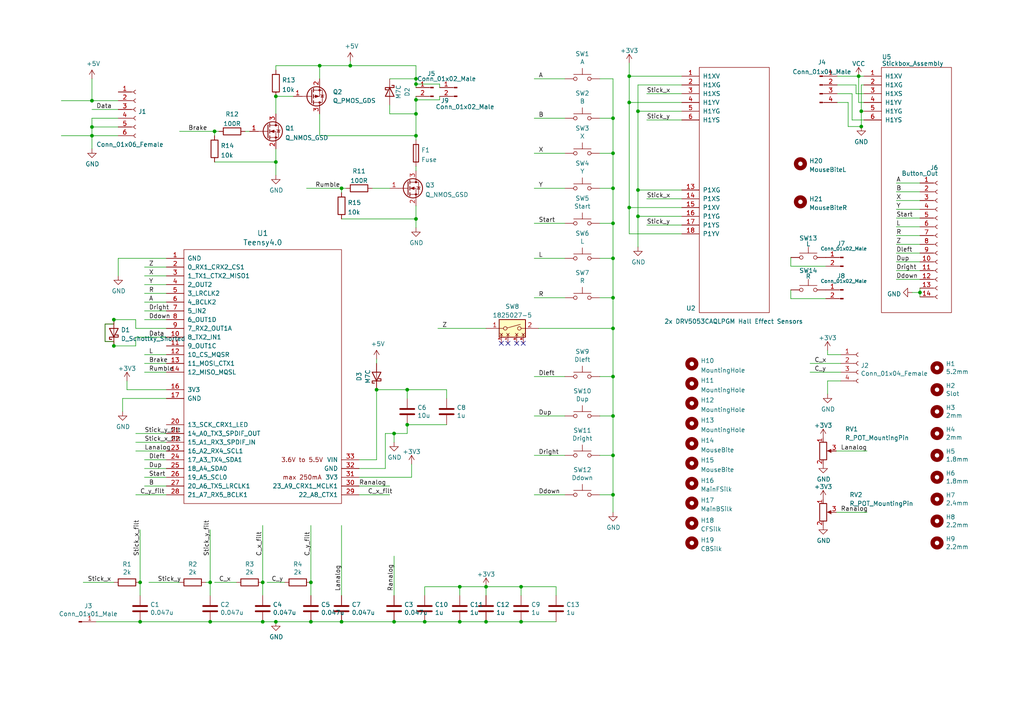
<source format=kicad_sch>
(kicad_sch (version 20211123) (generator eeschema)
  (paper "A4")
  (junction (at 151.13 170.18))
  (junction (at 151.13 180.34))
  (junction (at 120.65 39.37))
  (junction (at 133.35 180.34))
  (junction (at 114.3 125.73))
  (junction (at 177.8 44.45))
  (junction (at 177.8 54.61))
  (junction (at 182.499 22.098))
  (junction (at 266.827 84.836))
  (junction (at 123.19 180.34))
  (junction (at 177.8 109.22))
  (junction (at 140.97 170.18))
  (junction (at 249.809 36.703))
  (junction (at 120.65 28.956))
  (junction (at 120.65 22.86))
  (junction (at 80.01 46.99))
  (junction (at 249.047 22.098))
  (junction (at 177.8 143.51))
  (junction (at 120.65 33.02))
  (junction (at 120.65 24.384))
  (junction (at 185.039 55.118))
  (junction (at 140.97 180.34))
  (junction (at 26.67 36.83))
  (junction (at 92.71 19.05))
  (junction (at 60.96 180.34))
  (junction (at 182.499 29.718))
  (junction (at 177.8 132.08))
  (junction (at 118.11 113.03))
  (junction (at 90.17 180.34))
  (junction (at 133.35 170.18))
  (junction (at 90.17 168.91))
  (junction (at 101.6 19.05))
  (junction (at 80.01 180.34))
  (junction (at 120.65 63.5))
  (junction (at 185.039 32.258))
  (junction (at 62.23 38.1))
  (junction (at 177.8 34.29))
  (junction (at 76.2 168.91))
  (junction (at 99.06 180.34))
  (junction (at 249.809 32.258))
  (junction (at 177.8 86.36))
  (junction (at 33.02 92.71))
  (junction (at 177.8 120.65))
  (junction (at 114.3 180.34))
  (junction (at 99.06 54.61))
  (junction (at 40.64 180.34))
  (junction (at 177.8 74.93))
  (junction (at 26.67 39.37))
  (junction (at 118.11 123.19))
  (junction (at 109.22 113.03))
  (junction (at 80.01 27.94))
  (junction (at 182.499 60.198))
  (junction (at 26.67 29.21))
  (junction (at 177.8 64.77))
  (junction (at 177.8 95.25))
  (junction (at 60.96 168.91))
  (junction (at 185.039 62.738))
  (junction (at 76.2 180.34))
  (junction (at 33.02 100.33))
  (junction (at 40.64 168.91))
  (no_connect (at 151.765 99.568))
  (no_connect (at 145.415 99.568))
  (no_connect (at 147.32 99.568))
  (no_connect (at 149.86 99.568))
  (wire (pts (xy 266.827 84.836) (xy 266.827 86.106)))
  (wire (pts (xy 48.26 140.97) (xy 41.91 140.97)))
  (wire (pts (xy 259.969 73.406) (xy 266.827 73.406)))
  (wire (pts (xy 120.65 22.86) (xy 120.65 19.05)))
  (wire (pts (xy 173.99 54.61) (xy 177.8 54.61)))
  (wire (pts (xy 104.14 135.89) (xy 111.76 135.89)))
  (wire (pts (xy 123.19 172.72) (xy 123.19 170.18)))
  (wire (pts (xy 259.969 53.086) (xy 266.827 53.086)))
  (wire (pts (xy 177.8 143.51) (xy 177.8 148.59)))
  (wire (pts (xy 177.8 120.65) (xy 177.8 132.08)))
  (wire (pts (xy 120.65 59.69) (xy 120.65 63.5)))
  (wire (pts (xy 127 95.25) (xy 140.97 95.25)))
  (wire (pts (xy 41.91 107.95) (xy 48.26 107.95)))
  (wire (pts (xy 48.26 115.57) (xy 35.56 115.57)))
  (wire (pts (xy 33.02 92.71) (xy 33.02 93.98)))
  (wire (pts (xy 156.21 95.25) (xy 177.8 95.25)))
  (wire (pts (xy 247.142 34.798) (xy 247.142 27.178)))
  (wire (pts (xy 133.35 170.18) (xy 140.97 170.18)))
  (wire (pts (xy 99.06 54.61) (xy 100.33 54.61)))
  (wire (pts (xy 120.65 39.37) (xy 120.65 40.64)))
  (wire (pts (xy 243.84 105.41) (xy 234.95 105.41)))
  (wire (pts (xy 113.03 140.97) (xy 104.14 140.97)))
  (wire (pts (xy 114.3 172.72) (xy 114.3 161.29)))
  (wire (pts (xy 243.84 107.95) (xy 234.95 107.95)))
  (wire (pts (xy 127.508 24.384) (xy 120.65 24.384)))
  (wire (pts (xy 259.969 55.626) (xy 266.827 55.626)))
  (wire (pts (xy 114.3 125.73) (xy 114.3 128.27)))
  (wire (pts (xy 163.83 120.65) (xy 154.94 120.65)))
  (wire (pts (xy 177.8 54.61) (xy 177.8 44.45)))
  (wire (pts (xy 185.039 62.738) (xy 197.739 62.738)))
  (wire (pts (xy 151.13 172.72) (xy 151.13 170.18)))
  (wire (pts (xy 118.11 123.19) (xy 118.11 125.73)))
  (wire (pts (xy 250.571 34.798) (xy 247.142 34.798)))
  (wire (pts (xy 197.739 22.098) (xy 182.499 22.098)))
  (wire (pts (xy 109.22 113.03) (xy 109.22 133.35)))
  (wire (pts (xy 40.64 180.34) (xy 60.96 180.34)))
  (wire (pts (xy 242.824 29.718) (xy 245.999 29.718)))
  (wire (pts (xy 76.2 152.4) (xy 76.2 168.91)))
  (wire (pts (xy 249.047 29.718) (xy 249.047 22.098)))
  (wire (pts (xy 80.01 19.05) (xy 80.01 20.32)))
  (wire (pts (xy 113.03 143.51) (xy 104.14 143.51)))
  (wire (pts (xy 34.29 36.83) (xy 26.67 36.83)))
  (wire (pts (xy 90.17 152.4) (xy 90.17 168.91)))
  (wire (pts (xy 249.809 24.638) (xy 249.809 32.258)))
  (wire (pts (xy 92.71 22.86) (xy 92.71 19.05)))
  (wire (pts (xy 109.22 104.14) (xy 109.22 105.41)))
  (wire (pts (xy 173.99 64.77) (xy 177.8 64.77)))
  (wire (pts (xy 39.37 97.79) (xy 48.26 97.79)))
  (wire (pts (xy 129.54 115.57) (xy 129.54 113.03)))
  (wire (pts (xy 109.22 113.03) (xy 118.11 113.03)))
  (wire (pts (xy 118.11 113.03) (xy 129.54 113.03)))
  (wire (pts (xy 259.969 63.246) (xy 266.827 63.246)))
  (wire (pts (xy 34.29 31.75) (xy 26.67 31.75)))
  (wire (pts (xy 229.362 74.676) (xy 229.362 77.216)))
  (wire (pts (xy 140.97 180.34) (xy 133.35 180.34)))
  (wire (pts (xy 163.83 143.51) (xy 154.94 143.51)))
  (wire (pts (xy 60.96 168.91) (xy 59.69 168.91)))
  (wire (pts (xy 120.65 27.94) (xy 120.65 28.956)))
  (wire (pts (xy 40.64 153.67) (xy 40.64 168.91)))
  (wire (pts (xy 113.03 22.86) (xy 120.65 22.86)))
  (wire (pts (xy 36.83 113.03) (xy 36.83 110.49)))
  (wire (pts (xy 118.11 113.03) (xy 118.11 115.57)))
  (wire (pts (xy 259.969 68.326) (xy 266.827 68.326)))
  (wire (pts (xy 80.01 27.94) (xy 80.01 33.02)))
  (wire (pts (xy 80.01 27.94) (xy 85.09 27.94)))
  (wire (pts (xy 249.809 32.258) (xy 249.809 36.703)))
  (wire (pts (xy 187.579 65.278) (xy 197.739 65.278)))
  (wire (pts (xy 163.83 86.36) (xy 154.94 86.36)))
  (wire (pts (xy 92.71 19.05) (xy 101.6 19.05)))
  (wire (pts (xy 120.65 33.02) (xy 113.03 33.02)))
  (wire (pts (xy 249.047 22.098) (xy 250.571 22.098)))
  (wire (pts (xy 34.29 39.37) (xy 26.67 39.37)))
  (wire (pts (xy 229.362 84.074) (xy 229.362 86.614)))
  (wire (pts (xy 185.039 55.118) (xy 197.739 55.118)))
  (wire (pts (xy 113.03 33.02) (xy 113.03 30.48)))
  (wire (pts (xy 182.499 67.818) (xy 182.499 60.198)))
  (wire (pts (xy 111.76 135.89) (xy 111.76 125.73)))
  (wire (pts (xy 182.499 60.198) (xy 197.739 60.198)))
  (wire (pts (xy 243.84 110.49) (xy 240.03 110.49)))
  (wire (pts (xy 140.97 180.34) (xy 151.13 180.34)))
  (wire (pts (xy 35.56 115.57) (xy 35.56 119.38)))
  (wire (pts (xy 92.71 33.02) (xy 92.71 39.37)))
  (wire (pts (xy 120.65 33.02) (xy 120.65 39.37)))
  (wire (pts (xy 120.65 28.956) (xy 120.65 33.02)))
  (wire (pts (xy 185.039 32.258) (xy 185.039 24.638)))
  (wire (pts (xy 90.17 180.34) (xy 99.06 180.34)))
  (wire (pts (xy 177.8 86.36) (xy 177.8 95.25)))
  (wire (pts (xy 133.35 170.18) (xy 133.35 172.72)))
  (wire (pts (xy 177.8 132.08) (xy 177.8 143.51)))
  (wire (pts (xy 41.91 105.41) (xy 48.26 105.41)))
  (wire (pts (xy 259.969 60.706) (xy 266.827 60.706)))
  (wire (pts (xy 177.8 44.45) (xy 177.8 34.29)))
  (wire (pts (xy 163.83 132.08) (xy 154.94 132.08)))
  (wire (pts (xy 48.26 133.35) (xy 41.91 133.35)))
  (wire (pts (xy 247.142 27.178) (xy 242.824 27.178)))
  (wire (pts (xy 177.8 86.36) (xy 177.8 74.93)))
  (wire (pts (xy 187.579 57.658) (xy 197.739 57.658)))
  (wire (pts (xy 52.07 38.1) (xy 62.23 38.1)))
  (wire (pts (xy 161.29 172.72) (xy 161.29 170.18)))
  (wire (pts (xy 127.508 25.4) (xy 127.508 24.384)))
  (wire (pts (xy 163.83 34.29) (xy 154.94 34.29)))
  (wire (pts (xy 39.37 100.33) (xy 33.02 100.33)))
  (wire (pts (xy 182.499 22.098) (xy 182.499 29.718)))
  (wire (pts (xy 243.84 102.87) (xy 240.03 102.87)))
  (wire (pts (xy 80.01 43.18) (xy 80.01 46.99)))
  (wire (pts (xy 182.499 29.718) (xy 182.499 60.198)))
  (wire (pts (xy 163.83 54.61) (xy 154.94 54.61)))
  (wire (pts (xy 185.039 32.258) (xy 197.739 32.258)))
  (wire (pts (xy 34.29 29.21) (xy 26.67 29.21)))
  (wire (pts (xy 48.26 102.87) (xy 41.91 102.87)))
  (wire (pts (xy 118.11 125.73) (xy 114.3 125.73)))
  (wire (pts (xy 163.83 74.93) (xy 154.94 74.93)))
  (wire (pts (xy 48.26 77.47) (xy 41.91 77.47)))
  (wire (pts (xy 33.02 99.06) (xy 33.02 100.33)))
  (wire (pts (xy 52.07 168.91) (xy 43.18 168.91)))
  (wire (pts (xy 229.362 86.614) (xy 239.522 86.614)))
  (wire (pts (xy 30.48 93.98) (xy 30.48 99.06)))
  (wire (pts (xy 111.76 125.73) (xy 114.3 125.73)))
  (wire (pts (xy 140.97 170.18) (xy 140.97 172.72)))
  (wire (pts (xy 48.26 80.01) (xy 41.91 80.01)))
  (wire (pts (xy 99.06 54.61) (xy 99.06 55.88)))
  (wire (pts (xy 62.23 38.1) (xy 63.5 38.1)))
  (wire (pts (xy 48.26 135.89) (xy 41.91 135.89)))
  (wire (pts (xy 48.26 92.71) (xy 41.91 92.71)))
  (wire (pts (xy 259.969 58.166) (xy 266.827 58.166)))
  (wire (pts (xy 177.8 74.93) (xy 177.8 64.77)))
  (wire (pts (xy 127.508 27.94) (xy 127.508 28.956)))
  (wire (pts (xy 173.99 143.51) (xy 177.8 143.51)))
  (wire (pts (xy 173.99 109.22) (xy 177.8 109.22)))
  (wire (pts (xy 76.2 168.91) (xy 76.2 172.72)))
  (wire (pts (xy 259.969 81.026) (xy 266.827 81.026)))
  (wire (pts (xy 120.65 24.384) (xy 120.65 25.4)))
  (wire (pts (xy 48.26 138.43) (xy 41.91 138.43)))
  (wire (pts (xy 151.13 180.34) (xy 161.29 180.34)))
  (wire (pts (xy 266.827 84.836) (xy 264.541 84.836)))
  (wire (pts (xy 48.26 143.51) (xy 39.37 143.51)))
  (wire (pts (xy 99.06 152.4) (xy 99.06 172.72)))
  (wire (pts (xy 245.999 29.718) (xy 245.999 36.703)))
  (wire (pts (xy 266.827 83.566) (xy 266.827 84.836)))
  (wire (pts (xy 163.83 22.86) (xy 154.94 22.86)))
  (wire (pts (xy 182.499 67.818) (xy 197.739 67.818)))
  (wire (pts (xy 250.571 24.638) (xy 249.809 24.638)))
  (wire (pts (xy 88.9 54.61) (xy 99.06 54.61)))
  (wire (pts (xy 114.3 180.34) (xy 123.19 180.34)))
  (wire (pts (xy 259.969 70.866) (xy 266.827 70.866)))
  (wire (pts (xy 24.13 168.91) (xy 33.02 168.91)))
  (wire (pts (xy 173.99 132.08) (xy 177.8 132.08)))
  (wire (pts (xy 250.571 29.718) (xy 249.047 29.718)))
  (wire (pts (xy 177.8 22.86) (xy 177.8 34.29)))
  (wire (pts (xy 177.8 64.77) (xy 177.8 54.61)))
  (wire (pts (xy 185.039 62.738) (xy 185.039 71.628)))
  (wire (pts (xy 39.37 92.71) (xy 33.02 92.71)))
  (wire (pts (xy 197.739 29.718) (xy 182.499 29.718)))
  (wire (pts (xy 229.362 77.216) (xy 239.522 77.216)))
  (wire (pts (xy 187.579 34.798) (xy 197.739 34.798)))
  (wire (pts (xy 39.37 125.73) (xy 48.26 125.73)))
  (wire (pts (xy 48.26 90.17) (xy 41.91 90.17)))
  (wire (pts (xy 123.19 170.18) (xy 133.35 170.18)))
  (wire (pts (xy 48.26 113.03) (xy 36.83 113.03)))
  (wire (pts (xy 48.26 85.09) (xy 41.91 85.09)))
  (wire (pts (xy 249.809 32.258) (xy 250.571 32.258)))
  (wire (pts (xy 39.37 97.79) (xy 39.37 100.33)))
  (wire (pts (xy 17.78 29.21) (xy 26.67 29.21)))
  (wire (pts (xy 62.23 168.91) (xy 68.58 168.91)))
  (wire (pts (xy 240.03 110.49) (xy 240.03 114.3)))
  (wire (pts (xy 39.37 130.81) (xy 48.26 130.81)))
  (wire (pts (xy 120.65 39.37) (xy 92.71 39.37)))
  (wire (pts (xy 99.06 63.5) (xy 120.65 63.5)))
  (wire (pts (xy 173.99 86.36) (xy 177.8 86.36)))
  (wire (pts (xy 26.67 34.29) (xy 26.67 36.83)))
  (wire (pts (xy 27.94 180.34) (xy 40.64 180.34)))
  (wire (pts (xy 259.969 78.486) (xy 266.827 78.486)))
  (wire (pts (xy 99.06 180.34) (xy 114.3 180.34)))
  (wire (pts (xy 62.23 38.1) (xy 62.23 39.37)))
  (wire (pts (xy 161.29 170.18) (xy 151.13 170.18)))
  (wire (pts (xy 71.12 38.1) (xy 72.39 38.1)))
  (wire (pts (xy 119.38 138.43) (xy 104.14 138.43)))
  (wire (pts (xy 62.23 46.99) (xy 80.01 46.99)))
  (wire (pts (xy 80.01 180.34) (xy 90.17 180.34)))
  (wire (pts (xy 173.99 34.29) (xy 177.8 34.29)))
  (wire (pts (xy 242.57 130.81) (xy 251.46 130.81)))
  (wire (pts (xy 26.67 39.37) (xy 26.67 43.18)))
  (wire (pts (xy 173.99 120.65) (xy 177.8 120.65)))
  (wire (pts (xy 48.26 82.55) (xy 41.91 82.55)))
  (wire (pts (xy 185.039 62.738) (xy 185.039 55.118)))
  (wire (pts (xy 104.14 133.35) (xy 109.22 133.35)))
  (wire (pts (xy 101.6 17.78) (xy 101.6 19.05)))
  (wire (pts (xy 120.65 22.86) (xy 120.65 24.384)))
  (wire (pts (xy 177.8 109.22) (xy 177.8 120.65)))
  (wire (pts (xy 120.65 63.5) (xy 120.65 66.04)))
  (wire (pts (xy 173.99 44.45) (xy 177.8 44.45)))
  (wire (pts (xy 39.37 95.25) (xy 39.37 92.71)))
  (wire (pts (xy 163.83 44.45) (xy 154.94 44.45)))
  (wire (pts (xy 151.13 170.18) (xy 140.97 170.18)))
  (wire (pts (xy 60.96 153.67) (xy 60.96 168.91)))
  (wire (pts (xy 259.969 65.786) (xy 266.827 65.786)))
  (wire (pts (xy 245.999 36.703) (xy 249.809 36.703)))
  (wire (pts (xy 242.824 22.098) (xy 249.047 22.098)))
  (wire (pts (xy 177.8 95.25) (xy 177.8 109.22)))
  (wire (pts (xy 48.26 74.93) (xy 34.29 74.93)))
  (wire (pts (xy 60.96 180.34) (xy 76.2 180.34)))
  (wire (pts (xy 107.95 54.61) (xy 113.03 54.61)))
  (wire (pts (xy 90.17 168.91) (xy 90.17 172.72)))
  (wire (pts (xy 163.83 64.77) (xy 154.94 64.77)))
  (wire (pts (xy 120.65 28.956) (xy 127.508 28.956)))
  (wire (pts (xy 39.37 128.27) (xy 48.26 128.27)))
  (wire (pts (xy 173.99 22.86) (xy 177.8 22.86)))
  (wire (pts (xy 240.03 102.87) (xy 240.03 101.6)))
  (wire (pts (xy 34.29 74.93) (xy 34.29 80.01)))
  (wire (pts (xy 60.96 168.91) (xy 60.96 172.72)))
  (wire (pts (xy 26.67 36.83) (xy 26.67 39.37)))
  (wire (pts (xy 248.285 27.178) (xy 250.571 27.178)))
  (wire (pts (xy 80.01 180.34) (xy 76.2 180.34)))
  (wire (pts (xy 48.26 87.63) (xy 41.91 87.63)))
  (wire (pts (xy 40.64 172.72) (xy 40.64 168.91)))
  (wire (pts (xy 80.01 46.99) (xy 80.01 50.8)))
  (wire (pts (xy 242.824 24.638) (xy 248.285 24.638)))
  (wire (pts (xy 30.48 99.06) (xy 33.02 99.06)))
  (wire (pts (xy 242.57 148.59) (xy 251.46 148.59)))
  (wire (pts (xy 182.499 18.288) (xy 182.499 22.098)))
  (wire (pts (xy 185.039 24.638) (xy 197.739 24.638)))
  (wire (pts (xy 39.37 95.25) (xy 48.26 95.25)))
  (wire (pts (xy 163.83 109.22) (xy 154.94 109.22)))
  (wire (pts (xy 259.969 75.946) (xy 266.827 75.946)))
  (wire (pts (xy 26.67 29.21) (xy 26.67 22.86)))
  (wire (pts (xy 120.65 48.26) (xy 120.65 49.53)))
  (wire (pts (xy 123.19 180.34) (xy 133.35 180.34)))
  (wire (pts (xy 92.71 19.05) (xy 80.01 19.05)))
  (wire (pts (xy 118.11 123.19) (xy 129.54 123.19)))
  (wire (pts (xy 33.02 93.98) (xy 30.48 93.98)))
  (wire (pts (xy 119.38 134.62) (xy 119.38 138.43)))
  (wire (pts (xy 34.29 34.29) (xy 26.67 34.29)))
  (wire (pts (xy 197.739 27.178) (xy 187.579 27.178)))
  (wire (pts (xy 185.039 32.258) (xy 185.039 55.118)))
  (wire (pts (xy 77.47 168.91) (xy 82.55 168.91)))
  (wire (pts (xy 17.78 39.37) (xy 26.67 39.37)))
  (wire (pts (xy 120.65 19.05) (xy 101.6 19.05)))
  (wire (pts (xy 248.285 24.638) (xy 248.285 27.178)))
  (wire (pts (xy 173.99 74.93) (xy 177.8 74.93)))
  (label "C_y_filt" (at 40.64 143.51 0))
  (label "Stick_y" (at 187.579 65.278 0))
  (label "A" (at 156.21 22.86 0))
  (label "A" (at 43.18 87.63 0))
  (label "Ranalog" (at 114.3 171.45 90))
  (label "Dleft" (at 43.18 133.35 0))
  (label "Z" (at 43.18 77.47 0))
  (label "L" (at 156.21 74.93 0))
  (label "Stick_y" (at 45.72 168.91 0))
  (label "C_x" (at 236.22 105.41 0))
  (label "Stick_x" (at 187.579 27.178 0))
  (label "Stick_x" (at 187.579 57.658 0))
  (label "Y" (at 259.969 60.706 0))
  (label "Lanalog" (at 41.91 130.81 0))
  (label "Rumble" (at 91.44 54.61 0))
  (label "Dleft" (at 156.21 109.22 0))
  (label "X" (at 259.969 58.166 0))
  (label "Data" (at 27.94 31.75 0))
  (label "Ranalog" (at 104.14 140.97 0))
  (label "B" (at 156.21 34.29 0))
  (label "C_y" (at 78.74 168.91 0))
  (label "Rumble" (at 43.18 107.95 0))
  (label "Z" (at 128.27 95.25 0))
  (label "L" (at 259.969 65.786 0))
  (label "Dup" (at 259.969 75.946 0))
  (label "C_x_filt" (at 76.2 161.29 90))
  (label "Z" (at 259.969 70.866 0))
  (label "Start" (at 43.18 138.43 0))
  (label "Dright" (at 43.18 90.17 0))
  (label "Dleft" (at 259.969 73.406 0))
  (label "C_x" (at 63.5 168.91 0))
  (label "C_y_filt" (at 90.17 161.29 90))
  (label "Ddown" (at 259.969 81.026 0))
  (label "Stick_x" (at 25.4 168.91 0))
  (label "Dright" (at 156.21 132.08 0))
  (label "Ranalog" (at 243.84 148.59 0))
  (label "Start" (at 156.21 64.77 0))
  (label "R" (at 259.969 68.326 0))
  (label "A" (at 259.969 53.086 0))
  (label "B" (at 43.18 140.97 0))
  (label "Ddown" (at 156.21 143.51 0))
  (label "Brake" (at 43.18 105.41 0))
  (label "R" (at 156.21 86.36 0))
  (label "Stick_y_filt" (at 41.91 125.73 0))
  (label "Start" (at 259.969 63.246 0))
  (label "X" (at 43.18 80.01 0))
  (label "R" (at 43.18 85.09 0))
  (label "Data" (at 43.18 97.79 0))
  (label "Lanalog" (at 243.84 130.81 0))
  (label "Stick_y" (at 187.579 34.798 0))
  (label "Y" (at 156.21 54.61 0))
  (label "Ddown" (at 43.18 92.71 0))
  (label "C_y" (at 236.22 107.95 0))
  (label "Dup" (at 43.18 135.89 0))
  (label "C_x_filt" (at 106.68 143.51 0))
  (label "Brake" (at 54.61 38.1 0))
  (label "Stick_x_filt" (at 41.91 128.27 0))
  (label "Lanalog" (at 99.06 171.45 90))
  (label "L" (at 43.18 102.87 0))
  (label "B" (at 259.969 55.626 0))
  (label "X" (at 156.21 44.45 0))
  (label "Dright" (at 259.969 78.486 0))
  (label "Stick_x_filt" (at 40.64 161.29 90))
  (label "Y" (at 43.18 82.55 0))
  (label "Dup" (at 156.21 120.65 0))
  (label "Stick_y_filt" (at 60.96 161.29 90))
  (symbol (lib_id "teensy:Teensy4.0") (at 76.2 109.22 0) (unit 1)
    (property "Reference" "U1" (at 76.2 67.6402 0) (effects (font (size 1.524 1.524))))
    (property "Value" "Teensy4.0" (at 76.2 70.3326 0) (effects (font (size 1.524 1.524))))
    (property "Footprint" "wavbrd:Teensy40_Edge_Pins" (effects hide))
  )
  (symbol (lib_id "Switch:SW_Push") (at 168.91 22.86 0) (unit 1)
    (property "Reference" "SW1" (at 168.91 15.621 0))
    (property "Value" "A" (at 168.91 17.9324 0))
    (property "Footprint" "wavbrd:ABXY_Contact_Omron_Switch" (effects hide))
  )
  (symbol (lib_id "Switch:SW_Push") (at 168.91 34.29 0) (unit 1)
    (property "Reference" "SW2" (at 168.91 27.051 0))
    (property "Value" "B" (at 168.91 29.3624 0))
    (property "Footprint" "wavbrd:ABXY_Contact_Omron_Switch" (effects hide))
  )
  (symbol (lib_id "Switch:SW_Push") (at 168.91 44.45 0) (unit 1)
    (property "Reference" "SW3" (at 168.91 37.211 0))
    (property "Value" "X" (at 168.91 39.5224 0))
    (property "Footprint" "wavbrd:ABXY_Contact_Omron_Switch" (effects hide))
  )
  (symbol (lib_id "Switch:SW_Push") (at 168.91 54.61 0) (unit 1)
    (property "Reference" "SW4" (at 168.91 47.371 0))
    (property "Value" "Y" (at 168.91 49.6824 0))
    (property "Footprint" "wavbrd:ABXY_Contact_Omron_Switch" (effects hide))
  )
  (symbol (lib_id "Switch:SW_Push") (at 168.91 64.77 0) (unit 1)
    (property "Reference" "SW5" (at 168.91 57.531 0))
    (property "Value" "Start" (at 168.91 59.8424 0))
    (property "Footprint" "wavbrd:Start_Contact" (effects hide))
  )
  (symbol (lib_id "Switch:SW_Push") (at 168.91 74.93 0) (unit 1)
    (property "Reference" "SW6" (at 168.91 67.691 0))
    (property "Value" "L" (at 168.91 70.0024 0))
    (property "Footprint" "wavbrd:Pin_Header_Straight_1x02_Pitch2.54mm" (effects hide))
  )
  (symbol (lib_id "Switch:SW_Push") (at 168.91 86.36 0) (unit 1)
    (property "Reference" "SW7" (at 168.91 79.121 0))
    (property "Value" "R" (at 168.91 81.4324 0))
    (property "Footprint" "wavbrd:Pin_Header_Straight_1x02_Pitch2.54mm" (effects hide))
  )
  (symbol (lib_id "power:GND") (at 34.29 80.01 0) (unit 1)
    (property "Reference" "#PWR0102" (effects hide))
    (property "Value" "GND" (at 34.417 84.4042 0))
  )
  (symbol (lib_id "power:GND") (at 177.8 148.59 0) (unit 1)
    (property "Reference" "#PWR0103" (effects hide))
    (property "Value" "GND" (at 177.927 152.9842 0))
  )
  (symbol (lib_id "power:+5V") (at 26.67 22.86 0) (unit 1)
    (property "Reference" "#PWR0113" (effects hide))
    (property "Value" "+5V" (at 27.051 18.4658 0))
  )
  (symbol (lib_id "Connector:Conn_01x06_Female") (at 39.37 31.75 0) (unit 1)
    (property "Reference" "J1" (at 40.0812 32.3596 0) (effects (justify left)))
    (property "Value" "Conn_01x06_Female" (at 27.94 41.91 0) (effects (justify left)))
    (property "Footprint" "wavbrd:GCC_Header_Straight_1x06_Pitch2.00mm" (effects hide))
  )
  (symbol (lib_id "GCC:Gamecube-MB-rescue_Slider_GCC-Gamecube_MB") (at 238.76 130.81 0) (unit 1)
    (property "Reference" "RV1" (at 245.11 124.46 0) (effects (justify left)))
    (property "Value" "R_POT_MountingPin" (at 245.11 127 0) (effects (justify left)))
    (property "Footprint" "wavbrd:GCC_Slider" (effects hide))
  )
  (symbol (lib_id "Connector:Conn_01x04_Female") (at 248.92 105.41 0) (unit 1)
    (property "Reference" "J2" (at 249.6312 106.0196 0) (effects (justify left)))
    (property "Value" "Conn_01x04_Female" (at 249.6312 108.331 0) (effects (justify left)))
    (property "Footprint" "wavbrd:PinHeader_1x04_P2.00mm_Vertical" (effects hide))
  )
  (symbol (lib_id "GCC:Gamecube-MB-rescue_Slider_GCC-Gamecube_MB") (at 238.76 148.59 0) (unit 1)
    (property "Reference" "RV2" (at 246.38 143.51 0) (effects (justify left)))
    (property "Value" "R_POT_MountingPin" (at 246.38 146.05 0) (effects (justify left)))
    (property "Footprint" "wavbrd:GCC_Slider" (effects hide))
  )
  (symbol (lib_id "power:GND") (at 240.03 114.3 0) (unit 1)
    (property "Reference" "#PWR0108" (effects hide))
    (property "Value" "GND" (at 240.157 118.6942 0))
  )
  (symbol (lib_id "Switch:SW_Push") (at 168.91 109.22 0) (unit 1)
    (property "Reference" "SW9" (at 168.91 101.981 0))
    (property "Value" "Dleft" (at 168.91 104.2924 0))
    (property "Footprint" "wavbrd:Dpad_Contact_TL3315NF_2" (effects hide))
  )
  (symbol (lib_id "power:GND") (at 238.76 134.62 0) (unit 1)
    (property "Reference" "#PWR0115" (effects hide))
    (property "Value" "GND" (at 238.887 139.0142 0))
  )
  (symbol (lib_id "Switch:SW_Push") (at 168.91 120.65 0) (unit 1)
    (property "Reference" "SW10" (at 168.91 113.411 0))
    (property "Value" "Dup" (at 168.91 115.7224 0))
    (property "Footprint" "wavbrd:Dpad_Contact_TL3315NF_2" (effects hide))
  )
  (symbol (lib_id "Switch:SW_Push") (at 168.91 132.08 0) (unit 1)
    (property "Reference" "SW11" (at 168.91 124.841 0))
    (property "Value" "Dright" (at 168.91 127.1524 0))
    (property "Footprint" "wavbrd:Dpad_Contact_TL3315NF_2" (effects hide))
  )
  (symbol (lib_id "Switch:SW_Push") (at 168.91 143.51 0) (unit 1)
    (property "Reference" "SW12" (at 168.91 136.271 0))
    (property "Value" "Ddown" (at 168.91 138.5824 0))
    (property "Footprint" "wavbrd:Dpad_Contact_TL3315NF_2" (effects hide))
  )
  (symbol (lib_id "power:GND") (at 238.76 152.4 0) (unit 1)
    (property "Reference" "#PWR0117" (effects hide))
    (property "Value" "GND" (at 238.887 156.7942 0))
  )
  (symbol (lib_id "PhobGCC_Symbol_Library:SW_DIP_x01") (at 148.59 95.25 0) (unit 1)
    (property "Reference" "SW8" (at 148.59 88.9 0))
    (property "Value" "1825027-5" (at 148.59 91.44 0))
    (property "Footprint" "wavbrd:Z_Switch_Edge_Omron" (effects hide))
    (property "Configuration_Pole-Throw" "Single Pole - Single Throw" (effects hide))
    (property "Contact_Current_Rating" "50 mA" (effects hide))
    (property "Comment" "1825027-5" (effects hide))
    (property "EU_RoHS_Compliance" "Compliant" (effects hide))
  )
  (symbol (lib_id "GCC:Gamecube-MB-rescue_Stickbox_Assembly-Gamecube_MB") (at 202.819 19.558 0) (unit 1)
    (property "Reference" "U2" (at 199.009 89.408 0) (effects (justify left)))
    (property "Value" "2x DRV5053CAQLPGM Hall Effect Sensors" (at 192.659 93.218 0) (effects (justify left)))
    (property "Footprint" "wavbrd:GCC_Stickbox_2" (effects hide))
  )
  (symbol (lib_id "power:GND") (at 185.039 71.628 0) (unit 1)
    (property "Reference" "#PWR0101" (effects hide))
    (property "Value" "GND" (at 185.166 76.0222 0))
  )
  (symbol (lib_id "Device:C") (at 40.64 176.53 0) (unit 1)
    (property "Reference" "C1" (at 43.561 175.3616 0) (effects (justify left)))
    (property "Value" "0.047u" (at 43.561 177.673 0) (effects (justify left)))
    (property "Footprint" "wavbrd:C_0603_HandSoldering" (effects hide))
    (property "LCSC" "C1622" (effects hide))
  )
  (symbol (lib_id "Device:C") (at 60.96 176.53 0) (unit 1)
    (property "Reference" "C2" (at 63.881 175.3616 0) (effects (justify left)))
    (property "Value" "0.047u" (at 63.881 177.673 0) (effects (justify left)))
    (property "Footprint" "wavbrd:C_0603_HandSoldering" (effects hide))
    (property "LCSC" "C1622" (effects hide))
  )
  (symbol (lib_id "Device:C") (at 114.3 176.53 0) (unit 1)
    (property "Reference" "C3" (at 117.221 175.3616 0) (effects (justify left)))
    (property "Value" "0.047u" (at 117.221 177.673 0) (effects (justify left)))
    (property "Footprint" "wavbrd:C_0603_HandSoldering" (effects hide))
    (property "LCSC" "C1622" (effects hide))
  )
  (symbol (lib_id "Device:C") (at 76.2 176.53 0) (unit 1)
    (property "Reference" "C4" (at 79.121 175.3616 0) (effects (justify left)))
    (property "Value" "0.047u" (at 79.121 177.673 0) (effects (justify left)))
    (property "Footprint" "wavbrd:C_0603_HandSoldering" (effects hide))
    (property "LCSC" "C1622" (effects hide))
  )
  (symbol (lib_id "Device:C") (at 90.17 176.53 0) (unit 1)
    (property "Reference" "C5" (at 93.091 175.3616 0) (effects (justify left)))
    (property "Value" "0.047u" (at 93.091 177.673 0) (effects (justify left)))
    (property "Footprint" "wavbrd:C_0603_HandSoldering" (effects hide))
    (property "LCSC" "C1622" (effects hide))
  )
  (symbol (lib_id "Device:C") (at 99.06 176.53 0) (unit 1)
    (property "Reference" "C7" (at 101.981 175.3616 0) (effects (justify left)))
    (property "Value" "0.047u" (at 101.981 177.673 0) (effects (justify left)))
    (property "Footprint" "wavbrd:C_0603_HandSoldering" (effects hide))
    (property "LCSC" "C1622" (effects hide))
  )
  (symbol (lib_id "power:GND") (at 80.01 180.34 0) (unit 1)
    (property "Reference" "#PWR0109" (effects hide))
    (property "Value" "GND" (at 80.137 184.7342 0))
  )
  (symbol (lib_id "Device:C") (at 133.35 176.53 0) (unit 1)
    (property "Reference" "C11" (at 136.271 175.3616 0) (effects (justify left)))
    (property "Value" "1u" (at 136.271 177.673 0) (effects (justify left)))
    (property "Footprint" "wavbrd:C_0603_1608Metric_Pad1.08x0.95mm_HandSolder" (effects hide))
    (property "LCSC" "C15849" (effects hide))
  )
  (symbol (lib_id "Device:C") (at 140.97 176.53 0) (unit 1)
    (property "Reference" "C12" (at 143.891 175.3616 0) (effects (justify left)))
    (property "Value" "1u" (at 143.891 177.673 0) (effects (justify left)))
    (property "Footprint" "wavbrd:C_0603_1608Metric_Pad1.08x0.95mm_HandSolder" (effects hide))
    (property "LCSC" "C15849" (effects hide))
  )
  (symbol (lib_id "power:GND") (at 26.67 43.18 0) (unit 1)
    (property "Reference" "#PWR0112" (effects hide))
    (property "Value" "GND" (at 26.797 47.5742 0))
  )
  (symbol (lib_id "Connector:Conn_01x01_Male") (at 22.86 180.34 0) (unit 1)
    (property "Reference" "J3" (at 25.6032 175.7426 0))
    (property "Value" "Conn_01x01_Male" (at 25.6032 178.054 0))
    (property "Footprint" "wavbrd:PinHeader_1x01_P2.54mm_Vertical" (effects hide))
  )
  (symbol (lib_id "Mechanical:MountingHole") (at 271.78 106.68 0) (unit 1)
    (property "Reference" "H1" (at 274.32 105.5116 0) (effects (justify left)))
    (property "Value" "5.2mm" (at 274.32 107.823 0) (effects (justify left)))
    (property "Footprint" "wavbrd:MountingHole_5.2mm" (effects hide))
  )
  (symbol (lib_id "Mechanical:MountingHole") (at 271.78 113.03 0) (unit 1)
    (property "Reference" "H2" (at 274.32 111.8616 0) (effects (justify left)))
    (property "Value" "Slot" (at 274.32 114.173 0) (effects (justify left)))
    (property "Footprint" "wavbrd:Slot" (effects hide))
  )
  (symbol (lib_id "Mechanical:MountingHole") (at 271.78 119.38 0) (unit 1)
    (property "Reference" "H3" (at 274.32 118.2116 0) (effects (justify left)))
    (property "Value" "2mm" (at 274.32 120.523 0) (effects (justify left)))
    (property "Footprint" "wavbrd:MountingHole_2.0mm" (effects hide))
  )
  (symbol (lib_id "Mechanical:MountingHole") (at 271.78 125.73 0) (unit 1)
    (property "Reference" "H4" (at 274.32 124.5616 0) (effects (justify left)))
    (property "Value" "2mm" (at 274.32 126.873 0) (effects (justify left)))
    (property "Footprint" "wavbrd:MountingHole_2.0mm" (effects hide))
  )
  (symbol (lib_id "Mechanical:MountingHole") (at 271.78 132.08 0) (unit 1)
    (property "Reference" "H5" (at 274.32 130.9116 0) (effects (justify left)))
    (property "Value" "1.8mm" (at 274.32 133.223 0) (effects (justify left)))
    (property "Footprint" "wavbrd:MountingHole_1.8mm" (effects hide))
  )
  (symbol (lib_id "Mechanical:MountingHole") (at 271.78 138.43 0) (unit 1)
    (property "Reference" "H6" (at 274.32 137.2616 0) (effects (justify left)))
    (property "Value" "1.8mm" (at 274.32 139.573 0) (effects (justify left)))
    (property "Footprint" "wavbrd:MountingHole_1.8mm" (effects hide))
  )
  (symbol (lib_id "Mechanical:MountingHole") (at 271.78 144.78 0) (unit 1)
    (property "Reference" "H7" (at 274.32 143.6116 0) (effects (justify left)))
    (property "Value" "2.4mm" (at 274.32 145.923 0) (effects (justify left)))
    (property "Footprint" "wavbrd:MountingHole_2.4mm" (effects hide))
  )
  (symbol (lib_id "Mechanical:MountingHole") (at 271.78 151.13 0) (unit 1)
    (property "Reference" "H8" (at 274.32 149.9616 0) (effects (justify left)))
    (property "Value" "2.2mm" (at 274.32 152.273 0) (effects (justify left)))
    (property "Footprint" "wavbrd:MountingHole_2.2mm" (effects hide))
  )
  (symbol (lib_id "Mechanical:MountingHole") (at 271.78 157.48 0) (unit 1)
    (property "Reference" "H9" (at 274.32 156.3116 0) (effects (justify left)))
    (property "Value" "2.2mm" (at 274.32 158.623 0) (effects (justify left)))
    (property "Footprint" "wavbrd:MountingHole_2.2mm" (effects hide))
  )
  (symbol (lib_id "Device:R") (at 36.83 168.91 270) (unit 1)
    (property "Reference" "R1" (at 36.83 163.6522 90))
    (property "Value" "2k" (at 36.83 165.9636 90))
    (property "Footprint" "wavbrd:R_0603_1608Metric_Pad0.98x0.95mm_HandSolder" (effects hide))
    (property "LCSC" "C22975" (effects hide))
    (property "Manufacturer PN" "0603WAF1002T5ECopy" (effects hide))
  )
  (symbol (lib_id "Device:R") (at 55.88 168.91 270) (unit 1)
    (property "Reference" "R2" (at 55.88 163.6522 90))
    (property "Value" "2k" (at 55.88 165.9636 90))
    (property "Footprint" "wavbrd:R_0603_1608Metric_Pad0.98x0.95mm_HandSolder" (effects hide))
    (property "LCSC" "C22975" (effects hide))
  )
  (symbol (lib_id "Device:C") (at 123.19 176.53 0) (unit 1)
    (property "Reference" "C10" (at 126.111 175.3616 0) (effects (justify left)))
    (property "Value" "1u" (at 126.111 177.673 0) (effects (justify left)))
    (property "Footprint" "wavbrd:C_0603_1608Metric_Pad1.08x0.95mm_HandSolder" (effects hide))
    (property "LCSC" "C15849" (effects hide))
  )
  (symbol (lib_id "Connector:Conn_01x02_Male") (at 244.602 74.676 0) (mirror y) (unit 1)
    (property "Reference" "J7" (at 243.967 70.6333 0))
    (property "Value" "Conn_01x02_Male" (at 244.729 72.136 0) (effects (font (size 1 1))))
    (property "Footprint" "wavbrd:PinHeader_1x02_P2.54mm_Vertical" (effects hide))
  )
  (symbol (lib_id "Device:R") (at 86.36 168.91 270) (unit 1)
    (property "Reference" "R4" (at 86.36 163.6522 90))
    (property "Value" "2k" (at 86.36 165.9636 90))
    (property "Footprint" "wavbrd:R_0603_1608Metric_Pad0.98x0.95mm_HandSolder" (effects hide))
    (property "LCSC" "C22975" (effects hide))
  )
  (symbol (lib_id "Device:C") (at 161.29 176.53 0) (unit 1)
    (property "Reference" "C13" (at 164.211 175.3616 0) (effects (justify left)))
    (property "Value" "1u" (at 164.211 177.673 0) (effects (justify left)))
    (property "Footprint" "wavbrd:C_0603_1608Metric_Pad1.08x0.95mm_HandSolder" (effects hide))
    (property "LCSC" "C15849" (effects hide))
  )
  (symbol (lib_id "Device:R") (at 80.01 24.13 180) (unit 1)
    (property "Reference" "R13" (at 81.788 23.2215 0) (effects (justify right)))
    (property "Value" "10k" (at 81.788 25.9966 0) (effects (justify right)))
    (property "Footprint" "wavbrd:R_0603_1608Metric_Pad0.98x0.95mm_HandSolder" (effects hide))
    (property "LCSC" "C25804" (effects hide))
  )
  (symbol (lib_id "power:GND") (at 114.3 128.27 0) (unit 1)
    (property "Reference" "#PWR0119" (effects hide))
    (property "Value" "GND" (at 114.427 132.6642 0))
  )
  (symbol (lib_id "Connector:Conn_01x02_Male") (at 132.588 25.4 0) (mirror y) (unit 1)
    (property "Reference" "J9" (at 129.032 29.21 0))
    (property "Value" "Conn_01x02_Male" (at 134.874 30.988 0))
    (property "Footprint" "wavbrd:rumble_pins" (effects hide))
  )
  (symbol (lib_id "power:VCC") (at 249.047 22.098 0) (unit 1)
    (property "Reference" "#PWR0123" (effects hide))
    (property "Value" "VCC" (at 249.047 18.4935 0))
  )
  (symbol (lib_id "power:GND") (at 80.01 50.8 0) (unit 1)
    (property "Reference" "#PWR04" (effects hide))
    (property "Value" "GND" (at 80.137 55.1942 0))
  )
  (symbol (lib_id "Mechanical:MountingHole") (at 200.66 151.765 0) (unit 1)
    (property "Reference" "H18" (at 203.2 150.9303 0) (effects (justify left)))
    (property "Value" "CFSilk" (at 203.2 153.4672 0) (effects (justify left)))
    (property "Footprint" "wavbrd:cstick_silk" (effects hide))
  )
  (symbol (lib_id "Device:D_Schottky") (at 113.03 26.67 270) (unit 1)
    (property "Reference" "D2" (at 118.11 26.67 0))
    (property "Value" "M7C" (at 115.57 26.67 0))
    (property "Footprint" "wavbrd:D_SOD-123" (effects hide))
    (property "LCSC" "C8598" (effects hide))
  )
  (symbol (lib_id "Mechanical:MountingHole") (at 200.66 105.537 0) (unit 1)
    (property "Reference" "H10" (at 203.2 104.6285 0) (effects (justify left)))
    (property "Value" "MountingHole" (at 203.2 107.4036 0) (effects (justify left)))
    (property "Footprint" "wavbrd:MountingHole_1.8mm" (effects hide))
  )
  (symbol (lib_id "GCC:+3.3V") (at 238.76 127 0) (unit 1)
    (property "Reference" "#PWR0110" (effects hide))
    (property "Value" "+3.3V" (at 238.76 123.3955 0))
  )
  (symbol (lib_name "SW_Push_1") (lib_id "Switch:SW_Push") (at 234.442 74.676 0) (unit 1)
    (property "Reference" "SW13" (at 234.442 69.088 0))
    (property "Value" "L" (at 234.442 70.739 0))
    (property "Footprint" "PhobGCC_Footprints:Trigger_Contact" (effects hide))
  )
  (symbol (lib_id "Device:C") (at 129.54 119.38 0) (unit 1)
    (property "Reference" "C8" (at 132.461 118.2116 0) (effects (justify left)))
    (property "Value" "1u" (at 132.461 120.523 0) (effects (justify left)))
    (property "Footprint" "wavbrd:C_0603_1608Metric_Pad1.08x0.95mm_HandSolder" (effects hide))
    (property "LCSC" "C15849" (effects hide))
  )
  (symbol (lib_id "power:+5V") (at 109.22 104.14 0) (unit 1)
    (property "Reference" "#PWR0118" (effects hide))
    (property "Value" "+5V" (at 109.601 99.7458 0))
  )
  (symbol (lib_id "Device:Fuse") (at 120.65 44.45 0) (unit 1)
    (property "Reference" "F1" (at 122.174 43.5415 0) (effects (justify left)))
    (property "Value" "Fuse" (at 122.174 46.3166 0) (effects (justify left)))
    (property "Footprint" "wavbrd:R_1206_3216Metric" (effects hide))
    (property "LCSC" "C69680" (effects hide))
  )
  (symbol (lib_id "Mechanical:MountingHole") (at 232.156 58.547 0) (unit 1)
    (property "Reference" "H21" (at 234.696 57.7123 0) (effects (justify left)))
    (property "Value" "MouseBiteR" (at 234.696 60.2492 0) (effects (justify left)))
    (property "Footprint" "wavbrd:breakaway-mousebites-double" (effects hide))
  )
  (symbol (lib_id "Gamecube MB:Stickbox_Assembly_Hall_Only") (at 255.651 19.558 0) (unit 1)
    (property "Reference" "U5" (at 255.778 16.51 0) (effects (justify left)))
    (property "Value" "Stickbox_Assembly" (at 255.778 18.415 0) (effects (justify left)))
    (property "Footprint" "wavbrd:GCC_Stickbox_Hall_Only" (effects hide))
  )
  (symbol (lib_id "Mechanical:MountingHole") (at 200.66 111.252 0) (unit 1)
    (property "Reference" "H11" (at 203.2 110.3435 0) (effects (justify left)))
    (property "Value" "MountingHole" (at 203.2 113.1186 0) (effects (justify left)))
    (property "Footprint" "wavbrd:MountingHole_5.2mm" (effects hide))
  )
  (symbol (lib_id "GCC:+3.3V") (at 238.76 144.78 0) (unit 1)
    (property "Reference" "#PWR0107" (effects hide))
    (property "Value" "+3.3V" (at 238.76 141.1755 0))
  )
  (symbol (lib_id "GCC:+3.3V") (at 240.03 101.6 0) (unit 1)
    (property "Reference" "#PWR0106" (effects hide))
    (property "Value" "+3.3V" (at 240.03 97.9955 0))
  )
  (symbol (lib_id "Device:D_Schottky") (at 109.22 109.22 90) (unit 1)
    (property "Reference" "D3" (at 104.14 109.22 0))
    (property "Value" "M7C" (at 106.68 109.22 0))
    (property "Footprint" "wavbrd:D_SOD-123" (effects hide))
    (property "LCSC" "C8598" (effects hide))
  )
  (symbol (lib_id "Mechanical:MountingHole") (at 200.66 140.208 0) (unit 1)
    (property "Reference" "H16" (at 203.2 139.3733 0) (effects (justify left)))
    (property "Value" "MainFSilk" (at 203.2 141.9102 0) (effects (justify left)))
    (property "Footprint" "wavbrd:wavbrd_silk" (effects hide))
  )
  (symbol (lib_id "Connector:Conn_01x02_Male") (at 125.73 25.4 0) (mirror y) (unit 1)
    (property "Reference" "J5" (at 125.095 21.3573 0))
    (property "Value" "Conn_01x02_Male" (at 129.54 22.86 0))
    (property "Footprint" "wavbrd:Molex_PicoBlade_53048-0210_1x02_P1.25mm_Horizontal" (effects hide))
  )
  (symbol (lib_id "Mechanical:MountingHole") (at 200.66 116.967 0) (unit 1)
    (property "Reference" "H12" (at 203.2 116.0585 0) (effects (justify left)))
    (property "Value" "MountingHole" (at 203.2 118.8336 0) (effects (justify left)))
    (property "Footprint" "wavbrd:MountingHole_2.0mm" (effects hide))
  )
  (symbol (lib_id "Device:R") (at 67.31 38.1 90) (unit 1)
    (property "Reference" "R12" (at 67.31 33.1175 90))
    (property "Value" "100R" (at 67.31 35.8926 90))
    (property "Footprint" "wavbrd:R_0603_1608Metric_Pad0.98x0.95mm_HandSolder" (effects hide))
    (property "LCSC" "C22775" (effects hide))
  )
  (symbol (lib_id "Device:R") (at 62.23 43.18 180) (unit 1)
    (property "Reference" "R14" (at 64.008 42.2715 0) (effects (justify right)))
    (property "Value" "10k" (at 64.008 45.0466 0) (effects (justify right)))
    (property "Footprint" "wavbrd:R_0603_1608Metric_Pad0.98x0.95mm_HandSolder" (effects hide))
    (property "LCSC" "C25804" (effects hide))
  )
  (symbol (lib_name "SW_Push_2") (lib_id "Switch:SW_Push") (at 234.442 84.074 0) (unit 1)
    (property "Reference" "SW14" (at 234.442 78.486 0))
    (property "Value" "R" (at 234.442 80.137 0))
    (property "Footprint" "PhobGCC_Footprints:Trigger_Contact" (effects hide))
  )
  (symbol (lib_id "GCC:+3.3V") (at 140.97 170.18 0) (unit 1)
    (property "Reference" "#PWR0116" (effects hide))
    (property "Value" "+3.3V" (at 140.97 166.5755 0))
  )
  (symbol (lib_id "GCC:+3.3V") (at 36.83 110.49 0) (unit 1)
    (property "Reference" "#PWR0120" (effects hide))
    (property "Value" "+3.3V" (at 36.83 106.8855 0))
  )
  (symbol (lib_id "GCC:+3.3V") (at 182.499 18.288 0) (unit 1)
    (property "Reference" "#PWR0104" (effects hide))
    (property "Value" "+3.3V" (at 182.499 14.6835 0))
  )
  (symbol (lib_id "Mechanical:MountingHole") (at 232.156 47.498 0) (unit 1)
    (property "Reference" "H20" (at 234.696 46.6633 0) (effects (justify left)))
    (property "Value" "MouseBiteL" (at 234.696 49.2002 0) (effects (justify left)))
    (property "Footprint" "wavbrd:breakaway-mousebites-double" (effects hide))
  )
  (symbol (lib_id "Mechanical:MountingHole") (at 200.66 145.923 0) (unit 1)
    (property "Reference" "H17" (at 203.2 145.0883 0) (effects (justify left)))
    (property "Value" "MainBSilk" (at 203.2 147.6252 0) (effects (justify left)))
    (property "Footprint" "wavbrd:wavbrd_backsilk" (effects hide))
  )
  (symbol (lib_id "power:GND") (at 35.56 119.38 0) (unit 1)
    (property "Reference" "#PWR0121" (effects hide))
    (property "Value" "GND" (at 35.687 123.7742 0))
  )
  (symbol (lib_id "power:GND") (at 264.541 84.836 270) (unit 1)
    (property "Reference" "#PWR0125" (effects hide))
    (property "Value" "GND" (at 261.3661 85.2698 90) (effects (justify right)))
  )
  (symbol (lib_id "Device:R") (at 99.06 59.69 180) (unit 1)
    (property "Reference" "R15" (at 100.838 58.7815 0) (effects (justify right)))
    (property "Value" "10k" (at 100.838 61.5566 0) (effects (justify right)))
    (property "Footprint" "wavbrd:R_0603_1608Metric_Pad0.98x0.95mm_HandSolder" (effects hide))
    (property "LCSC" "C25804" (effects hide))
  )
  (symbol (lib_id "Device:R") (at 72.39 168.91 270) (unit 1)
    (property "Reference" "R3" (at 72.39 163.6522 90))
    (property "Value" "2k" (at 72.39 165.9636 90))
    (property "Footprint" "wavbrd:R_0603_1608Metric_Pad0.98x0.95mm_HandSolder" (effects hide))
    (property "LCSC" "C22975" (effects hide))
  )
  (symbol (lib_id "PhobGCC_Symbol_Library:D_Schottky_Shorted") (at 33.02 96.52 90) (unit 1)
    (property "Reference" "D1" (at 35.052 95.6853 90) (effects (justify right)))
    (property "Value" "D_Schottky_Shorted" (at 35.052 98.2222 90) (effects (justify right)))
    (property "Footprint" "wavbrd:D_SOD-523_Shorted" (effects hide))
  )
  (symbol (lib_id "Connector:Conn_01x14_Female") (at 271.907 68.326 0) (unit 1)
    (property "Reference" "J6" (at 269.748 48.641 0) (effects (justify left)))
    (property "Value" "Button_Out" (at 261.493 50.292 0) (effects (justify left)))
    (property "Footprint" "wavbrd:PinSocket_2x07_P2.54mm_Vertical" (effects hide))
  )
  (symbol (lib_id "Mechanical:MountingHole") (at 200.66 128.651 0) (unit 1)
    (property "Reference" "H14" (at 203.2 127.7425 0) (effects (justify left)))
    (property "Value" "MouseBite" (at 203.2 130.5176 0) (effects (justify left)))
    (property "Footprint" "wavbrd:breakaway-mousebites-double" (effects hide))
  )
  (symbol (lib_id "Connector:Conn_01x04_Male") (at 237.744 24.638 0) (unit 1)
    (property "Reference" "J4" (at 238.379 18.0553 0))
    (property "Value" "Conn_01x04_Male" (at 238.379 20.8304 0))
    (property "Footprint" "wavbrd:PinHeader_1x04_P2.00mm_Vertical" (effects hide))
  )
  (symbol (lib_id "Connector:Conn_01x02_Male") (at 244.602 84.074 0) (mirror y) (unit 1)
    (property "Reference" "J8" (at 243.967 80.0313 0))
    (property "Value" "Conn_01x02_Male" (at 244.729 81.534 0) (effects (font (size 1 1))))
    (property "Footprint" "wavbrd:PinHeader_1x02_P2.54mm_Vertical" (effects hide))
  )
  (symbol (lib_id "Device:Q_NMOS_GSD") (at 77.47 38.1 0) (unit 1)
    (property "Reference" "Q1" (at 82.677 37.1915 0) (effects (justify left)))
    (property "Value" "Q_NMOS_GSD" (at 82.677 39.9666 0) (effects (justify left)))
    (property "Footprint" "wavbrd:SOT-23" (effects hide))
    (property "LCSC" "C20917" (effects hide))
  )
  (symbol (lib_id "Device:Q_PMOS_GSD") (at 90.17 27.94 0) (mirror x) (unit 1)
    (property "Reference" "Q2" (at 96.52 26.6699 0) (effects (justify left)))
    (property "Value" "Q_PMOS_GDS" (at 96.52 29.2099 0) (effects (justify left)))
    (property "Footprint" "wavbrd:SOT-23" (effects hide))
    (property "LCSC" "C15127" (effects hide))
  )
  (symbol (lib_id "Mechanical:MountingHole") (at 200.66 122.809 0) (unit 1)
    (property "Reference" "H13" (at 203.2 121.9005 0) (effects (justify left)))
    (property "Value" "MountingHole" (at 203.2 124.6756 0) (effects (justify left)))
    (property "Footprint" "wavbrd:MountingHole_2.0mm" (effects hide))
  )
  (symbol (lib_id "Device:R") (at 104.14 54.61 90) (unit 1)
    (property "Reference" "R11" (at 104.14 49.6275 90))
    (property "Value" "100R" (at 104.14 52.4026 90))
    (property "Footprint" "wavbrd:R_0603_1608Metric_Pad0.98x0.95mm_HandSolder" (effects hide))
    (property "LCSC" "C22775" (effects hide))
  )
  (symbol (lib_id "power:GND") (at 249.809 36.703 0) (unit 1)
    (property "Reference" "#PWR0124" (effects hide))
    (property "Value" "GND" (at 249.809 41.1464 0))
  )
  (symbol (lib_id "power:+5V") (at 101.6 17.78 0) (unit 1)
    (property "Reference" "#PWR0111" (effects hide))
    (property "Value" "+5V" (at 101.981 13.3858 0))
  )
  (symbol (lib_id "Mechanical:MountingHole") (at 200.66 157.48 0) (unit 1)
    (property "Reference" "H19" (at 203.2 156.6453 0) (effects (justify left)))
    (property "Value" "CBSilk" (at 203.2 159.1822 0) (effects (justify left)))
    (property "Footprint" "wavbrd:cstick_backsilk" (effects hide))
  )
  (symbol (lib_id "Device:C") (at 118.11 119.38 0) (unit 1)
    (property "Reference" "C6" (at 121.031 118.2116 0) (effects (justify left)))
    (property "Value" "10u" (at 121.031 120.523 0) (effects (justify left)))
    (property "Footprint" "wavbrd:C_0603_HandSoldering" (effects hide))
    (property "LCSC" "C19702" (effects hide))
  )
  (symbol (lib_id "Device:C") (at 151.13 176.53 0) (unit 1)
    (property "Reference" "C9" (at 154.051 175.3616 0) (effects (justify left)))
    (property "Value" "1u" (at 154.051 177.673 0) (effects (justify left)))
    (property "Footprint" "wavbrd:C_0603_1608Metric_Pad1.08x0.95mm_HandSolder" (effects hide))
    (property "LCSC" "C15849" (effects hide))
  )
  (symbol (lib_id "GCC:+3.3V") (at 119.38 134.62 0) (unit 1)
    (property "Reference" "#PWR0105" (effects hide))
    (property "Value" "+3.3V" (at 119.38 131.0155 0))
  )
  (symbol (lib_id "Device:Q_NMOS_GSD") (at 118.11 54.61 0) (unit 1)
    (property "Reference" "Q3" (at 123.317 53.7015 0) (effects (justify left)))
    (property "Value" "Q_NMOS_GSD" (at 123.317 56.4766 0) (effects (justify left)))
    (property "Footprint" "wavbrd:SOT-23" (effects hide))
    (property "LCSC" "C20917" (effects hide))
  )
  (symbol (lib_id "Mechanical:MountingHole") (at 200.66 134.366 0) (unit 1)
    (property "Reference" "H15" (at 203.2 133.4575 0) (effects (justify left)))
    (property "Value" "MouseBite" (at 203.2 136.2326 0) (effects (justify left)))
    (property "Footprint" "wavbrd:breakaway-mousebites-double" (effects hide))
  )
  (symbol (lib_id "power:GND") (at 120.65 66.04 0) (unit 1)
    (property "Reference" "#PWR0114" (effects hide))
    (property "Value" "GND" (at 120.777 70.4342 0))
  )
)
</source>
